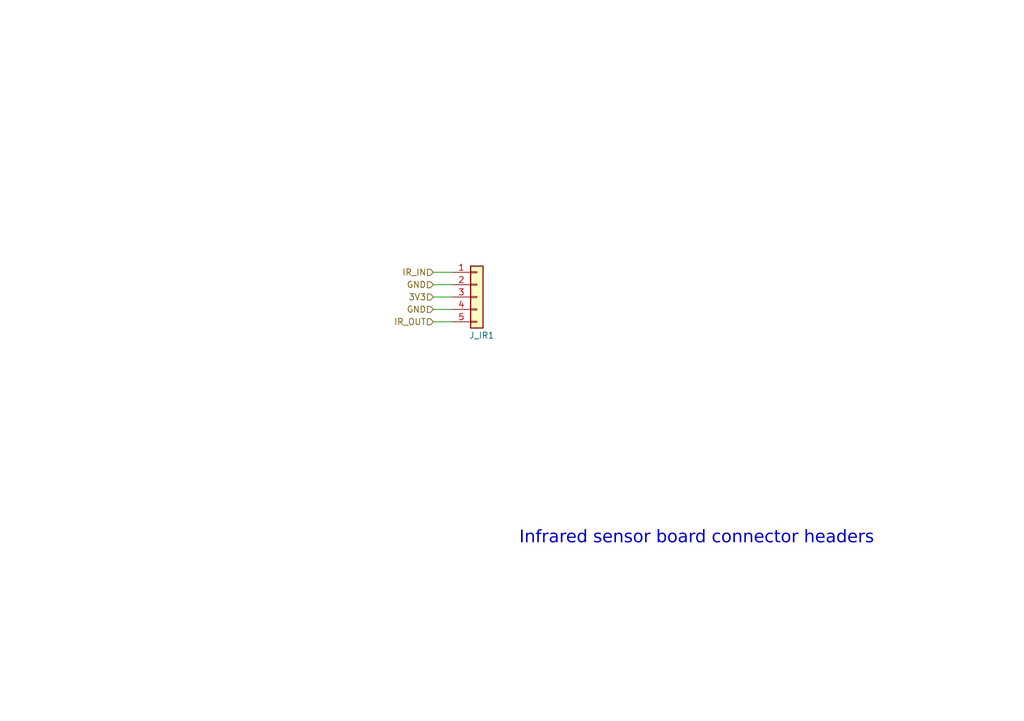
<source format=kicad_sch>
(kicad_sch (version 20231120) (generator "eeschema") (generator_version "8.0")
  (paper "A5")
  (lib_symbols
    (symbol "Connector_Generic:Conn_01x05" (pin_names (offset 1.016) hide)
      (property "Reference" "J" (at 0 7.62 0))
      (property "Value" "Conn_01x05" (at 0 -7.62 0))
      (symbol "Conn_01x05_1_1"
        (rectangle (start -1.27 -4.953) (end 0 -5.207) (stroke (width 0.1524)))
        (rectangle (start -1.27 -2.413) (end 0 -2.667) (stroke (width 0.1524)))
        (rectangle (start -1.27 0.127) (end 0 -0.127) (stroke (width 0.1524)))
        (rectangle (start -1.27 2.667) (end 0 2.413) (stroke (width 0.1524)))
        (rectangle (start -1.27 5.207) (end 0 4.953) (stroke (width 0.1524)))
        (rectangle (start -1.27 6.35) (end 1.27 -6.35) (stroke (width 0.254)) (fill (type background)))
        (pin passive line (at -5.08 5.08 0) (length 3.81) (name "Pin_1") (number "1"))
        (pin passive line (at -5.08 2.54 0) (length 3.81) (name "Pin_2") (number "2"))
        (pin passive line (at -5.08 0 0) (length 3.81) (name "Pin_3") (number "3"))
        (pin passive line (at -5.08 -2.54 0) (length 3.81) (name "Pin_4") (number "4"))
        (pin passive line (at -5.08 -5.08 0) (length 3.81) (name "Pin_5") (number "5"))
      )
    )
  )
  (wire (pts (xy 88.9 60.96) (xy 92.71 60.96)))
  (wire (pts (xy 88.9 63.5) (xy 92.71 63.5)))
  (wire (pts (xy 88.9 58.42) (xy 92.71 58.42)))
  (wire (pts (xy 88.9 66.04) (xy 92.71 66.04)))
  (wire (pts (xy 88.9 55.88) (xy 92.71 55.88)))
  (text "Infrared sensor board connector headers" (at 142.875 111.125 0) (effects (font (size 2.54 2.54))))
  (hierarchical_label "GND" (shape input) (at 88.9 63.5 180))
  (hierarchical_label "IR_IN" (shape input) (at 88.9 55.88 180))
  (hierarchical_label "IR_OUT" (shape input) (at 88.9 66.04 180))
  (hierarchical_label "GND" (shape input) (at 88.9 58.42 180))
  (hierarchical_label "3V3" (shape input) (at 88.9 60.96 180))
  (symbol (lib_id "Connector_Generic:Conn_01x05") (at 97.79 60.96 0) (unit 1) (in_bom no)
    (property "Reference" "J_IR1" (at 98.806 68.834 0))
    (property "Value" "Connector_Generic:Conn_01x05" (effects (hide yes)))
    (property "Footprint" "Connector_PinHeader_2.54mm:PinHeader_1x05_P2.54mm_Vertical_SMD_Pin1Left" (effects (hide yes)))
  )
)
</source>
